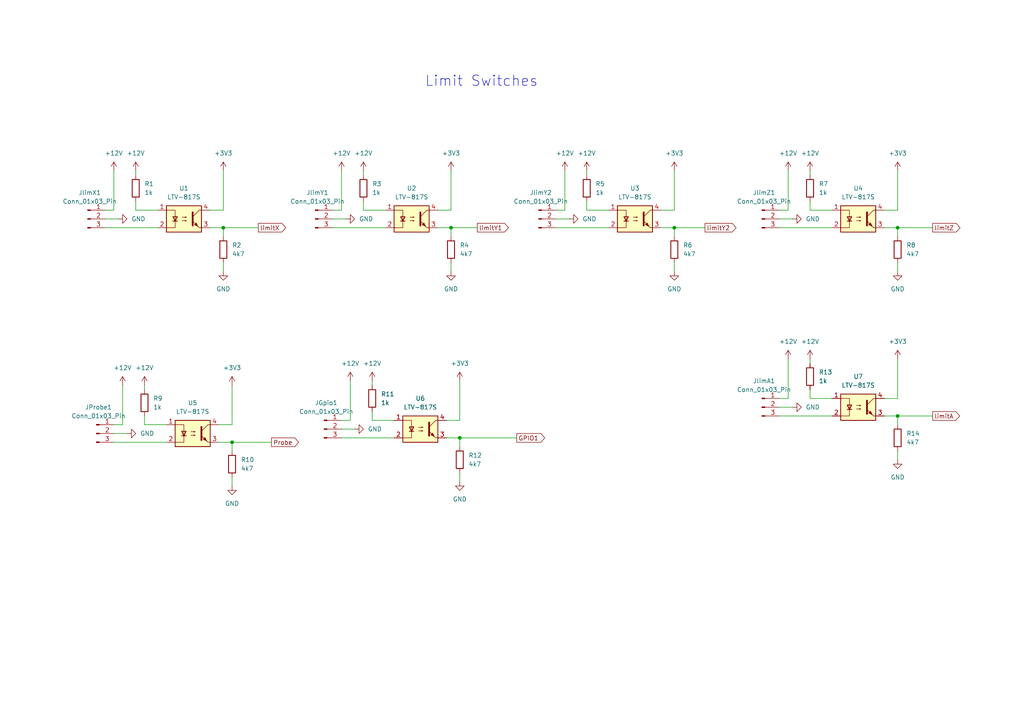
<source format=kicad_sch>
(kicad_sch (version 20230121) (generator eeschema)
  (paper "A4")
  (lib_symbols
    (symbol "Connector:Conn_01x03_Pin" (pin_names (offset 1.016) hide)
      (property "Reference" "J" (at 0 5.08 0))
      (property "Value" "Conn_01x03_Pin" (at 0 -5.08 0))
      (symbol "Conn_01x03_Pin_1_1"
        (polyline (pts (xy 1.27 -2.54) (xy 0.8636 -2.54)) (stroke (width 0.1524)))
        (polyline (pts (xy 1.27 0) (xy 0.8636 0)) (stroke (width 0.1524)))
        (polyline (pts (xy 1.27 2.54) (xy 0.8636 2.54)) (stroke (width 0.1524)))
        (rectangle (start 0.8636 -2.413) (end 0 -2.667) (stroke (width 0.1524)) (fill (type outline)))
        (rectangle (start 0.8636 0.127) (end 0 -0.127) (stroke (width 0.1524)) (fill (type outline)))
        (rectangle (start 0.8636 2.667) (end 0 2.413) (stroke (width 0.1524)) (fill (type outline)))
        (pin passive line (at 5.08 2.54 180) (length 3.81) (name "Pin_1") (number "1"))
        (pin passive line (at 5.08 0 180) (length 3.81) (name "Pin_2") (number "2"))
        (pin passive line (at 5.08 -2.54 180) (length 3.81) (name "Pin_3") (number "3"))
      )
    )
    (symbol "Device:R" (pin_numbers hide) (pin_names (offset 0))
      (property "Reference" "R" (at 2.032 0 90))
      (property "Value" "R" (at 0 0 90))
      (symbol "R_0_1"
        (rectangle (start -1.016 -2.54) (end 1.016 2.54) (stroke (width 0.254)))
      )
      (symbol "R_1_1"
        (pin passive line (at 0 3.81 270) (length 1.27) (name "~") (number "1"))
        (pin passive line (at 0 -3.81 90) (length 1.27) (name "~") (number "2"))
      )
    )
    (symbol "Isolator:LTV-817S" (pin_names (offset 1.016))
      (property "Reference" "U" (at -3.81 5.08 0))
      (property "Value" "LTV-817S" (at 0 -5.08 0))
      (symbol "LTV-817S_1_1"
        (rectangle (start -5.08 3.81) (end 5.08 -3.81) (stroke (width 0.254)) (fill (type background)))
        (polyline (pts (xy -3.175 -0.635) (xy -1.905 -0.635)) (stroke (width 0.254)))
        (polyline (pts (xy 2.54 0.635) (xy 4.445 2.54)))
        (polyline (pts (xy 4.445 -2.54) (xy 2.54 -0.635)) (fill (type outline)))
        (polyline (pts (xy 4.445 -2.54) (xy 5.08 -2.54)))
        (polyline (pts (xy 4.445 2.54) (xy 5.08 2.54)))
        (polyline (pts (xy -5.08 2.54) (xy -2.54 2.54) (xy -2.54 -0.762)))
        (polyline (pts (xy -2.54 -0.635) (xy -2.54 -2.54) (xy -5.08 -2.54)))
        (polyline (pts (xy 2.54 1.905) (xy 2.54 -1.905) (xy 2.54 -1.905)) (stroke (width 0.508)))
        (polyline (pts (xy -2.54 -0.635) (xy -3.175 0.635) (xy -1.905 0.635) (xy -2.54 -0.635)) (stroke (width 0.254)))
        (polyline (pts (xy -0.508 -0.508) (xy 0.762 -0.508) (xy 0.381 -0.635) (xy 0.381 -0.381) (xy 0.762 -0.508)))
        (polyline (pts (xy -0.508 0.508) (xy 0.762 0.508) (xy 0.381 0.381) (xy 0.381 0.635) (xy 0.762 0.508)))
        (polyline (pts (xy 3.048 -1.651) (xy 3.556 -1.143) (xy 4.064 -2.159) (xy 3.048 -1.651) (xy 3.048 -1.651)) (fill (type outline)))
        (pin passive line (at -7.62 2.54 0) (length 2.54) (name "~") (number "1"))
        (pin passive line (at -7.62 -2.54 0) (length 2.54) (name "~") (number "2"))
        (pin passive line (at 7.62 -2.54 180) (length 2.54) (name "~") (number "3"))
        (pin passive line (at 7.62 2.54 180) (length 2.54) (name "~") (number "4"))
      )
    )
    (symbol "power:+12V" (power) (pin_names (offset 0))
      (property "Value" "+12V" (at 0 3.556 0))
      (symbol "+12V_0_1"
        (polyline (pts (xy -0.762 1.27) (xy 0 2.54)))
        (polyline (pts (xy 0 0) (xy 0 2.54)))
        (polyline (pts (xy 0 2.54) (xy 0.762 1.27)))
      )
      (symbol "+12V_1_1"
        (pin power_in line (at 0 0 90) (length 0) hide (name "+12V") (number "1"))
      )
    )
    (symbol "power:+3V3" (power) (pin_names (offset 0))
      (property "Value" "+3V3" (at 0 3.556 0))
      (symbol "+3V3_0_1"
        (polyline (pts (xy -0.762 1.27) (xy 0 2.54)))
        (polyline (pts (xy 0 0) (xy 0 2.54)))
        (polyline (pts (xy 0 2.54) (xy 0.762 1.27)))
      )
      (symbol "+3V3_1_1"
        (pin power_in line (at 0 0 90) (length 0) hide (name "+3V3") (number "1"))
      )
    )
    (symbol "power:GND" (power) (pin_names (offset 0))
      (property "Value" "GND" (at 0 -3.81 0))
      (symbol "GND_0_1"
        (polyline (pts (xy 0 0) (xy 0 -1.27) (xy 1.27 -1.27) (xy 0 -2.54) (xy -1.27 -1.27) (xy 0 -1.27)))
      )
      (symbol "GND_1_1"
        (pin power_in line (at 0 0 270) (length 0) hide (name "GND") (number "1"))
      )
    )
  )
  (junction (at 260.35 120.65))
  (junction (at 260.35 66.04))
  (junction (at 133.35 127))
  (junction (at 67.31 128.27))
  (junction (at 130.81 66.04))
  (junction (at 195.58 66.04))
  (junction (at 64.77 66.04))
  (wire (pts (xy 114.3 121.92) (xy 107.95 121.92)))
  (wire (pts (xy 226.06 63.5) (xy 229.87 63.5)))
  (wire (pts (xy 111.76 60.96) (xy 105.41 60.96)))
  (wire (pts (xy 99.06 127) (xy 114.3 127)))
  (wire (pts (xy 228.6 115.57) (xy 228.6 104.14)))
  (wire (pts (xy 226.06 118.11) (xy 229.87 118.11)))
  (wire (pts (xy 129.54 121.92) (xy 133.35 121.92)))
  (wire (pts (xy 260.35 66.04) (xy 260.35 68.58)))
  (wire (pts (xy 64.77 66.04) (xy 64.77 68.58)))
  (wire (pts (xy 130.81 66.04) (xy 138.43 66.04)))
  (wire (pts (xy 107.95 110.49) (xy 107.95 111.76)))
  (wire (pts (xy 241.3 115.57) (xy 234.95 115.57)))
  (wire (pts (xy 127 66.04) (xy 130.81 66.04)))
  (wire (pts (xy 67.31 123.19) (xy 67.31 111.76)))
  (wire (pts (xy 260.35 130.81) (xy 260.35 133.35)))
  (wire (pts (xy 195.58 76.2) (xy 195.58 78.74)))
  (wire (pts (xy 256.54 66.04) (xy 260.35 66.04)))
  (wire (pts (xy 163.83 60.96) (xy 163.83 49.53)))
  (wire (pts (xy 129.54 127) (xy 133.35 127)))
  (wire (pts (xy 60.96 60.96) (xy 64.77 60.96)))
  (wire (pts (xy 105.41 49.53) (xy 105.41 50.8)))
  (wire (pts (xy 228.6 60.96) (xy 228.6 49.53)))
  (wire (pts (xy 67.31 128.27) (xy 67.31 130.81)))
  (wire (pts (xy 64.77 66.04) (xy 74.93 66.04)))
  (wire (pts (xy 64.77 76.2) (xy 64.77 78.74)))
  (wire (pts (xy 234.95 104.14) (xy 234.95 105.41)))
  (wire (pts (xy 127 60.96) (xy 130.81 60.96)))
  (wire (pts (xy 260.35 66.04) (xy 270.51 66.04)))
  (wire (pts (xy 67.31 138.43) (xy 67.31 140.97)))
  (wire (pts (xy 96.52 60.96) (xy 99.06 60.96)))
  (wire (pts (xy 161.29 63.5) (xy 165.1 63.5)))
  (wire (pts (xy 39.37 60.96) (xy 39.37 58.42)))
  (wire (pts (xy 195.58 60.96) (xy 195.58 49.53)))
  (wire (pts (xy 48.26 123.19) (xy 41.91 123.19)))
  (wire (pts (xy 191.77 60.96) (xy 195.58 60.96)))
  (wire (pts (xy 226.06 66.04) (xy 241.3 66.04)))
  (wire (pts (xy 256.54 60.96) (xy 260.35 60.96)))
  (wire (pts (xy 195.58 66.04) (xy 195.58 68.58)))
  (wire (pts (xy 30.48 63.5) (xy 34.29 63.5)))
  (wire (pts (xy 260.35 76.2) (xy 260.35 78.74)))
  (wire (pts (xy 130.81 76.2) (xy 130.81 78.74)))
  (wire (pts (xy 101.6 121.92) (xy 101.6 110.49)))
  (wire (pts (xy 41.91 123.19) (xy 41.91 120.65)))
  (wire (pts (xy 176.53 60.96) (xy 170.18 60.96)))
  (wire (pts (xy 256.54 120.65) (xy 260.35 120.65)))
  (wire (pts (xy 170.18 60.96) (xy 170.18 58.42)))
  (wire (pts (xy 30.48 60.96) (xy 33.02 60.96)))
  (wire (pts (xy 41.91 111.76) (xy 41.91 113.03)))
  (wire (pts (xy 33.02 128.27) (xy 48.26 128.27)))
  (wire (pts (xy 256.54 115.57) (xy 260.35 115.57)))
  (wire (pts (xy 260.35 120.65) (xy 270.51 120.65)))
  (wire (pts (xy 226.06 60.96) (xy 228.6 60.96)))
  (wire (pts (xy 105.41 60.96) (xy 105.41 58.42)))
  (wire (pts (xy 133.35 121.92) (xy 133.35 110.49)))
  (wire (pts (xy 96.52 63.5) (xy 100.33 63.5)))
  (wire (pts (xy 226.06 115.57) (xy 228.6 115.57)))
  (wire (pts (xy 99.06 60.96) (xy 99.06 49.53)))
  (wire (pts (xy 170.18 49.53) (xy 170.18 50.8)))
  (wire (pts (xy 33.02 123.19) (xy 35.56 123.19)))
  (wire (pts (xy 234.95 115.57) (xy 234.95 113.03)))
  (wire (pts (xy 96.52 66.04) (xy 111.76 66.04)))
  (wire (pts (xy 195.58 66.04) (xy 204.47 66.04)))
  (wire (pts (xy 130.81 60.96) (xy 130.81 49.53)))
  (wire (pts (xy 33.02 125.73) (xy 36.83 125.73)))
  (wire (pts (xy 107.95 121.92) (xy 107.95 119.38)))
  (wire (pts (xy 234.95 49.53) (xy 234.95 50.8)))
  (wire (pts (xy 133.35 137.16) (xy 133.35 139.7)))
  (wire (pts (xy 63.5 123.19) (xy 67.31 123.19)))
  (wire (pts (xy 67.31 128.27) (xy 78.74 128.27)))
  (wire (pts (xy 161.29 66.04) (xy 176.53 66.04)))
  (wire (pts (xy 260.35 60.96) (xy 260.35 49.53)))
  (wire (pts (xy 63.5 128.27) (xy 67.31 128.27)))
  (wire (pts (xy 161.29 60.96) (xy 163.83 60.96)))
  (wire (pts (xy 99.06 121.92) (xy 101.6 121.92)))
  (wire (pts (xy 60.96 66.04) (xy 64.77 66.04)))
  (wire (pts (xy 260.35 120.65) (xy 260.35 123.19)))
  (wire (pts (xy 45.72 60.96) (xy 39.37 60.96)))
  (wire (pts (xy 226.06 120.65) (xy 241.3 120.65)))
  (wire (pts (xy 260.35 115.57) (xy 260.35 104.14)))
  (wire (pts (xy 99.06 124.46) (xy 102.87 124.46)))
  (wire (pts (xy 33.02 60.96) (xy 33.02 49.53)))
  (wire (pts (xy 64.77 60.96) (xy 64.77 49.53)))
  (wire (pts (xy 39.37 49.53) (xy 39.37 50.8)))
  (wire (pts (xy 133.35 127) (xy 149.86 127)))
  (wire (pts (xy 133.35 127) (xy 133.35 129.54)))
  (wire (pts (xy 191.77 66.04) (xy 195.58 66.04)))
  (wire (pts (xy 234.95 60.96) (xy 234.95 58.42)))
  (wire (pts (xy 130.81 66.04) (xy 130.81 68.58)))
  (wire (pts (xy 30.48 66.04) (xy 45.72 66.04)))
  (wire (pts (xy 35.56 123.19) (xy 35.56 111.76)))
  (wire (pts (xy 241.3 60.96) (xy 234.95 60.96)))
  (text "Limit Switches" (at 123.19 25.4 0) (effects (font (size 3 3)) (justify left bottom)))
  (global_label "limitX" (shape output) (at 74.93 66.04 0) (property "Intersheetrefs" "${INTERSHEET_REFS}" (effects hide)))
  (global_label "limitZ" (shape output) (at 270.51 66.04 0) (property "Intersheetrefs" "${INTERSHEET_REFS}" (effects hide)))
  (global_label "Probe" (shape output) (at 78.74 128.27 0) (property "Intersheetrefs" "${INTERSHEET_REFS}" (effects hide)))
  (global_label "limitY2" (shape output) (at 204.47 66.04 0) (property "Intersheetrefs" "${INTERSHEET_REFS}" (effects hide)))
  (global_label "GPIO1" (shape output) (at 149.86 127 0) (property "Intersheetrefs" "${INTERSHEET_REFS}" (effects hide)))
  (global_label "limitY1" (shape output) (at 138.43 66.04 0) (property "Intersheetrefs" "${INTERSHEET_REFS}" (effects hide)))
  (global_label "limitA" (shape output) (at 270.51 120.65 0) (property "Intersheetrefs" "${INTERSHEET_REFS}" (effects hide)))
  (symbol (lib_id "Connector:Conn_01x03_Pin") (at 27.94 125.73 0) (unit 1)
    (property "Reference" "JProbe1" (at 28.575 118.11 0))
    (property "Value" "Conn_01x03_Pin" (at 28.575 120.65 0))
    (property "Footprint" "Connector_PinHeader_2.54mm:PinHeader_1x03_P2.54mm_Vertical" (effects hide))
  )
  (symbol (lib_id "Isolator:LTV-817S") (at 248.92 63.5 0) (unit 1)
    (property "Reference" "U4" (at 248.92 54.61 0))
    (property "Value" "LTV-817S" (at 248.92 57.15 0))
    (property "Footprint" "Package_DIP:SMDIP-4_W9.53mm" (effects hide))
    (property "Datasheet" "http://www.us.liteon.com/downloads/LTV-817-827-847.PDF" (effects hide))
  )
  (symbol (lib_id "power:GND") (at 34.29 63.5 90) (unit 1)
    (property "Reference" "#PWR03" (effects hide))
    (property "Value" "GND" (at 38.1 63.5 90) (effects (justify right)))
  )
  (symbol (lib_id "power:+3V3") (at 130.81 49.53 0) (unit 1)
    (property "Reference" "#PWR039" (effects hide))
    (property "Value" "+3V3" (at 130.81 44.45 0))
  )
  (symbol (lib_id "Isolator:LTV-817S") (at 119.38 63.5 0) (unit 1)
    (property "Reference" "U2" (at 119.38 54.61 0))
    (property "Value" "LTV-817S" (at 119.38 57.15 0))
    (property "Footprint" "Package_DIP:SMDIP-4_W9.53mm" (effects hide))
    (property "Datasheet" "http://www.us.liteon.com/downloads/LTV-817-827-847.PDF" (effects hide))
  )
  (symbol (lib_id "Connector:Conn_01x03_Pin") (at 156.21 63.5 0) (unit 1)
    (property "Reference" "JlimY2" (at 156.845 55.88 0))
    (property "Value" "Conn_01x03_Pin" (at 156.845 58.42 0))
    (property "Footprint" "Connector_PinHeader_2.54mm:PinHeader_1x03_P2.54mm_Vertical" (effects hide))
  )
  (symbol (lib_id "power:+3V3") (at 260.35 49.53 0) (unit 1)
    (property "Reference" "#PWR052" (effects hide))
    (property "Value" "+3V3" (at 260.35 44.45 0))
  )
  (symbol (lib_id "power:+12V") (at 41.91 111.76 0) (unit 1)
    (property "Reference" "#PWR056" (effects hide))
    (property "Value" "+12V" (at 41.91 106.68 0))
  )
  (symbol (lib_id "power:GND") (at 133.35 139.7 0) (unit 1)
    (property "Reference" "#PWR063" (effects hide))
    (property "Value" "GND" (at 133.35 144.78 0))
  )
  (symbol (lib_id "power:GND") (at 64.77 78.74 0) (unit 1)
    (property "Reference" "#PWR04" (effects hide))
    (property "Value" "GND" (at 64.77 83.82 0))
  )
  (symbol (lib_id "Device:R") (at 130.81 72.39 0) (unit 1)
    (property "Reference" "R4" (at 133.35 71.12 0) (effects (justify left)))
    (property "Value" "4k7" (at 133.35 73.66 0) (effects (justify left)))
    (property "Footprint" "Resistor_SMD:R_0201_0603Metric_Pad0.64x0.40mm_HandSolder" (effects hide))
  )
  (symbol (lib_id "Device:R") (at 67.31 134.62 0) (unit 1)
    (property "Reference" "R10" (at 69.85 133.35 0) (effects (justify left)))
    (property "Value" "4k7" (at 69.85 135.89 0) (effects (justify left)))
    (property "Footprint" "Resistor_SMD:R_0201_0603Metric_Pad0.64x0.40mm_HandSolder" (effects hide))
  )
  (symbol (lib_id "power:+12V") (at 39.37 49.53 0) (unit 1)
    (property "Reference" "#PWR02" (effects hide))
    (property "Value" "+12V" (at 39.37 44.45 0))
  )
  (symbol (lib_id "Connector:Conn_01x03_Pin") (at 93.98 124.46 0) (unit 1)
    (property "Reference" "JGpio1" (at 94.615 116.84 0))
    (property "Value" "Conn_01x03_Pin" (at 94.615 119.38 0))
    (property "Footprint" "Connector_PinHeader_2.54mm:PinHeader_1x03_P2.54mm_Vertical" (effects hide))
  )
  (symbol (lib_id "Device:R") (at 234.95 54.61 0) (unit 1)
    (property "Reference" "R7" (at 237.49 53.34 0) (effects (justify left)))
    (property "Value" "1k" (at 237.49 55.88 0) (effects (justify left)))
    (property "Footprint" "Resistor_SMD:R_0201_0603Metric_Pad0.64x0.40mm_HandSolder" (effects hide))
  )
  (symbol (lib_id "Isolator:LTV-817S") (at 121.92 124.46 0) (unit 1)
    (property "Reference" "U6" (at 121.92 115.57 0))
    (property "Value" "LTV-817S" (at 121.92 118.11 0))
    (property "Footprint" "Package_DIP:SMDIP-4_W9.53mm" (effects hide))
    (property "Datasheet" "http://www.us.liteon.com/downloads/LTV-817-827-847.PDF" (effects hide))
  )
  (symbol (lib_id "Isolator:LTV-817S") (at 53.34 63.5 0) (unit 1)
    (property "Reference" "U1" (at 53.34 54.61 0))
    (property "Value" "LTV-817S" (at 53.34 57.15 0))
    (property "Footprint" "Package_DIP:SMDIP-4_W9.53mm" (effects hide))
    (property "Datasheet" "http://www.us.liteon.com/downloads/LTV-817-827-847.PDF" (effects hide))
  )
  (symbol (lib_id "Device:R") (at 260.35 72.39 0) (unit 1)
    (property "Reference" "R8" (at 262.89 71.12 0) (effects (justify left)))
    (property "Value" "4k7" (at 262.89 73.66 0) (effects (justify left)))
    (property "Footprint" "Resistor_SMD:R_0201_0603Metric_Pad0.64x0.40mm_HandSolder" (effects hide))
  )
  (symbol (lib_id "Device:R") (at 260.35 127 0) (unit 1)
    (property "Reference" "R14" (at 262.89 125.73 0) (effects (justify left)))
    (property "Value" "4k7" (at 262.89 128.27 0) (effects (justify left)))
    (property "Footprint" "Resistor_SMD:R_0201_0603Metric_Pad0.64x0.40mm_HandSolder" (effects hide))
  )
  (symbol (lib_id "power:GND") (at 36.83 125.73 90) (unit 1)
    (property "Reference" "#PWR055" (effects hide))
    (property "Value" "GND" (at 40.64 125.73 90) (effects (justify right)))
  )
  (symbol (lib_id "Connector:Conn_01x03_Pin") (at 220.98 118.11 0) (unit 1)
    (property "Reference" "JlimA1" (at 221.615 110.49 0))
    (property "Value" "Conn_01x03_Pin" (at 221.615 113.03 0))
    (property "Footprint" "Connector_PinHeader_2.54mm:PinHeader_1x03_P2.54mm_Vertical" (effects hide))
  )
  (symbol (lib_id "power:GND") (at 67.31 140.97 0) (unit 1)
    (property "Reference" "#PWR058" (effects hide))
    (property "Value" "GND" (at 67.31 146.05 0))
  )
  (symbol (lib_id "power:+3V3") (at 133.35 110.49 0) (unit 1)
    (property "Reference" "#PWR062" (effects hide))
    (property "Value" "+3V3" (at 133.35 105.41 0))
  )
  (symbol (lib_id "power:+12V") (at 33.02 49.53 0) (unit 1)
    (property "Reference" "#PWR05" (effects hide))
    (property "Value" "+12V" (at 33.02 44.45 0))
  )
  (symbol (lib_id "power:+12V") (at 228.6 104.14 0) (unit 1)
    (property "Reference" "#PWR064" (effects hide))
    (property "Value" "+12V" (at 228.6 99.06 0))
  )
  (symbol (lib_id "Isolator:LTV-817S") (at 184.15 63.5 0) (unit 1)
    (property "Reference" "U3" (at 184.15 54.61 0))
    (property "Value" "LTV-817S" (at 184.15 57.15 0))
    (property "Footprint" "Package_DIP:SMDIP-4_W9.53mm" (effects hide))
    (property "Datasheet" "http://www.us.liteon.com/downloads/LTV-817-827-847.PDF" (effects hide))
  )
  (symbol (lib_id "power:+12V") (at 163.83 49.53 0) (unit 1)
    (property "Reference" "#PWR041" (effects hide))
    (property "Value" "+12V" (at 163.83 44.45 0))
  )
  (symbol (lib_id "Connector:Conn_01x03_Pin") (at 25.4 63.5 0) (unit 1)
    (property "Reference" "JlimX1" (at 26.035 55.88 0))
    (property "Value" "Conn_01x03_Pin" (at 26.035 58.42 0))
    (property "Footprint" "Connector_PinHeader_2.54mm:PinHeader_1x03_P2.54mm_Vertical" (effects hide))
  )
  (symbol (lib_id "Device:R") (at 105.41 54.61 0) (unit 1)
    (property "Reference" "R3" (at 107.95 53.34 0) (effects (justify left)))
    (property "Value" "1k" (at 107.95 55.88 0) (effects (justify left)))
    (property "Footprint" "Resistor_SMD:R_0201_0603Metric_Pad0.64x0.40mm_HandSolder" (effects hide))
  )
  (symbol (lib_id "power:GND") (at 130.81 78.74 0) (unit 1)
    (property "Reference" "#PWR040" (effects hide))
    (property "Value" "GND" (at 130.81 83.82 0))
  )
  (symbol (lib_id "power:+12V") (at 107.95 110.49 0) (unit 1)
    (property "Reference" "#PWR061" (effects hide))
    (property "Value" "+12V" (at 107.95 105.41 0))
  )
  (symbol (lib_id "power:+3V3") (at 67.31 111.76 0) (unit 1)
    (property "Reference" "#PWR057" (effects hide))
    (property "Value" "+3V3" (at 67.31 106.68 0))
  )
  (symbol (lib_id "power:+12V") (at 105.41 49.53 0) (unit 1)
    (property "Reference" "#PWR038" (effects hide))
    (property "Value" "+12V" (at 105.41 44.45 0))
  )
  (symbol (lib_id "power:+12V") (at 234.95 104.14 0) (unit 1)
    (property "Reference" "#PWR066" (effects hide))
    (property "Value" "+12V" (at 234.95 99.06 0))
  )
  (symbol (lib_id "power:+12V") (at 35.56 111.76 0) (unit 1)
    (property "Reference" "#PWR054" (effects hide))
    (property "Value" "+12V" (at 35.56 106.68 0))
  )
  (symbol (lib_id "power:+12V") (at 101.6 110.49 0) (unit 1)
    (property "Reference" "#PWR059" (effects hide))
    (property "Value" "+12V" (at 101.6 105.41 0))
  )
  (symbol (lib_id "power:GND") (at 229.87 63.5 90) (unit 1)
    (property "Reference" "#PWR050" (effects hide))
    (property "Value" "GND" (at 233.68 63.5 90) (effects (justify right)))
  )
  (symbol (lib_id "Device:R") (at 107.95 115.57 0) (unit 1)
    (property "Reference" "R11" (at 110.49 114.3 0) (effects (justify left)))
    (property "Value" "1k" (at 110.49 116.84 0) (effects (justify left)))
    (property "Footprint" "Resistor_SMD:R_0201_0603Metric_Pad0.64x0.40mm_HandSolder" (effects hide))
  )
  (symbol (lib_id "power:GND") (at 102.87 124.46 90) (unit 1)
    (property "Reference" "#PWR060" (effects hide))
    (property "Value" "GND" (at 106.68 124.46 90) (effects (justify right)))
  )
  (symbol (lib_id "power:GND") (at 195.58 78.74 0) (unit 1)
    (property "Reference" "#PWR048" (effects hide))
    (property "Value" "GND" (at 195.58 83.82 0))
  )
  (symbol (lib_id "Isolator:LTV-817S") (at 55.88 125.73 0) (unit 1)
    (property "Reference" "U5" (at 55.88 116.84 0))
    (property "Value" "LTV-817S" (at 55.88 119.38 0))
    (property "Footprint" "Package_DIP:SMDIP-4_W9.53mm" (effects hide))
    (property "Datasheet" "http://www.us.liteon.com/downloads/LTV-817-827-847.PDF" (effects hide))
  )
  (symbol (lib_id "Device:R") (at 39.37 54.61 0) (unit 1)
    (property "Reference" "R1" (at 41.91 53.34 0) (effects (justify left)))
    (property "Value" "1k" (at 41.91 55.88 0) (effects (justify left)))
    (property "Footprint" "Resistor_SMD:R_0201_0603Metric_Pad0.64x0.40mm_HandSolder" (effects hide))
  )
  (symbol (lib_id "power:+3V3") (at 195.58 49.53 0) (unit 1)
    (property "Reference" "#PWR047" (effects hide))
    (property "Value" "+3V3" (at 195.58 44.45 0))
  )
  (symbol (lib_id "Device:R") (at 64.77 72.39 0) (unit 1)
    (property "Reference" "R2" (at 67.31 71.12 0) (effects (justify left)))
    (property "Value" "4k7" (at 67.31 73.66 0) (effects (justify left)))
    (property "Footprint" "Resistor_SMD:R_0201_0603Metric_Pad0.64x0.40mm_HandSolder" (effects hide))
  )
  (symbol (lib_id "Device:R") (at 41.91 116.84 0) (unit 1)
    (property "Reference" "R9" (at 44.45 115.57 0) (effects (justify left)))
    (property "Value" "1k" (at 44.45 118.11 0) (effects (justify left)))
    (property "Footprint" "Resistor_SMD:R_0201_0603Metric_Pad0.64x0.40mm_HandSolder" (effects hide))
  )
  (symbol (lib_id "power:+12V") (at 99.06 49.53 0) (unit 1)
    (property "Reference" "#PWR06" (effects hide))
    (property "Value" "+12V" (at 99.06 44.45 0))
  )
  (symbol (lib_id "Device:R") (at 195.58 72.39 0) (unit 1)
    (property "Reference" "R6" (at 198.12 71.12 0) (effects (justify left)))
    (property "Value" "4k7" (at 198.12 73.66 0) (effects (justify left)))
    (property "Footprint" "Resistor_SMD:R_0201_0603Metric_Pad0.64x0.40mm_HandSolder" (effects hide))
  )
  (symbol (lib_id "power:GND") (at 100.33 63.5 90) (unit 1)
    (property "Reference" "#PWR08" (effects hide))
    (property "Value" "GND" (at 104.14 63.5 90) (effects (justify right)))
  )
  (symbol (lib_id "Device:R") (at 234.95 109.22 0) (unit 1)
    (property "Reference" "R13" (at 237.49 107.95 0) (effects (justify left)))
    (property "Value" "1k" (at 237.49 110.49 0) (effects (justify left)))
    (property "Footprint" "Resistor_SMD:R_0201_0603Metric_Pad0.64x0.40mm_HandSolder" (effects hide))
  )
  (symbol (lib_id "power:+12V") (at 234.95 49.53 0) (unit 1)
    (property "Reference" "#PWR051" (effects hide))
    (property "Value" "+12V" (at 234.95 44.45 0))
  )
  (symbol (lib_id "Isolator:LTV-817S") (at 248.92 118.11 0) (unit 1)
    (property "Reference" "U7" (at 248.92 109.22 0))
    (property "Value" "LTV-817S" (at 248.92 111.76 0))
    (property "Footprint" "Package_DIP:SMDIP-4_W9.53mm" (effects hide))
    (property "Datasheet" "http://www.us.liteon.com/downloads/LTV-817-827-847.PDF" (effects hide))
  )
  (symbol (lib_id "power:+12V") (at 228.6 49.53 0) (unit 1)
    (property "Reference" "#PWR049" (effects hide))
    (property "Value" "+12V" (at 228.6 44.45 0))
  )
  (symbol (lib_id "power:GND") (at 260.35 78.74 0) (unit 1)
    (property "Reference" "#PWR053" (effects hide))
    (property "Value" "GND" (at 260.35 83.82 0))
  )
  (symbol (lib_id "power:GND") (at 229.87 118.11 90) (unit 1)
    (property "Reference" "#PWR065" (effects hide))
    (property "Value" "GND" (at 233.68 118.11 90) (effects (justify right)))
  )
  (symbol (lib_id "power:+12V") (at 170.18 49.53 0) (unit 1)
    (property "Reference" "#PWR046" (effects hide))
    (property "Value" "+12V" (at 170.18 44.45 0))
  )
  (symbol (lib_id "Connector:Conn_01x03_Pin") (at 220.98 63.5 0) (unit 1)
    (property "Reference" "JlimZ1" (at 221.615 55.88 0))
    (property "Value" "Conn_01x03_Pin" (at 221.615 58.42 0))
    (property "Footprint" "Connector_PinHeader_2.54mm:PinHeader_1x03_P2.54mm_Vertical" (effects hide))
  )
  (symbol (lib_id "power:GND") (at 165.1 63.5 90) (unit 1)
    (property "Reference" "#PWR045" (effects hide))
    (property "Value" "GND" (at 168.91 63.5 90) (effects (justify right)))
  )
  (symbol (lib_id "power:+3V3") (at 64.77 49.53 0) (unit 1)
    (property "Reference" "#PWR01" (effects hide))
    (property "Value" "+3V3" (at 64.77 44.45 0))
  )
  (symbol (lib_id "power:+3V3") (at 260.35 104.14 0) (unit 1)
    (property "Reference" "#PWR067" (effects hide))
    (property "Value" "+3V3" (at 260.35 99.06 0))
  )
  (symbol (lib_id "Connector:Conn_01x03_Pin") (at 91.44 63.5 0) (unit 1)
    (property "Reference" "JlimY1" (at 92.075 55.88 0))
    (property "Value" "Conn_01x03_Pin" (at 92.075 58.42 0))
    (property "Footprint" "Connector_PinHeader_2.54mm:PinHeader_1x03_P2.54mm_Vertical" (effects hide))
  )
  (symbol (lib_id "power:GND") (at 260.35 133.35 0) (unit 1)
    (property "Reference" "#PWR068" (effects hide))
    (property "Value" "GND" (at 260.35 138.43 0))
  )
  (symbol (lib_id "Device:R") (at 133.35 133.35 0) (unit 1)
    (property "Reference" "R12" (at 135.89 132.08 0) (effects (justify left)))
    (property "Value" "4k7" (at 135.89 134.62 0) (effects (justify left)))
    (property "Footprint" "Resistor_SMD:R_0201_0603Metric_Pad0.64x0.40mm_HandSolder" (effects hide))
  )
  (symbol (lib_id "Device:R") (at 170.18 54.61 0) (unit 1)
    (property "Reference" "R5" (at 172.72 53.34 0) (effects (justify left)))
    (property "Value" "1k" (at 172.72 55.88 0) (effects (justify left)))
    (property "Footprint" "Resistor_SMD:R_0201_0603Metric_Pad0.64x0.40mm_HandSolder" (effects hide))
  )
)
</source>
